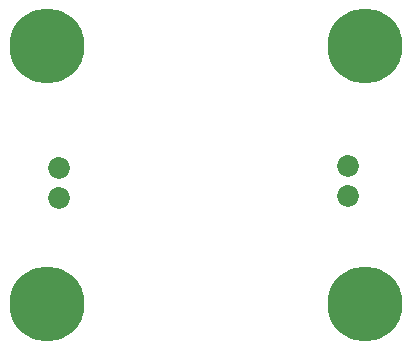
<source format=gbs>
G04*
G04 #@! TF.GenerationSoftware,Altium Limited,Altium Designer,18.1.11 (251)*
G04*
G04 Layer_Color=16711935*
%FSLAX25Y25*%
%MOIN*%
G70*
G01*
G75*
%ADD36C,0.25000*%
%ADD37C,0.07284*%
D36*
X16000Y16000D02*
D03*
X121795D02*
D03*
Y102110D02*
D03*
X16000D02*
D03*
D37*
X116142Y52000D02*
D03*
Y62000D02*
D03*
X20000Y61480D02*
D03*
Y51480D02*
D03*
M02*

</source>
